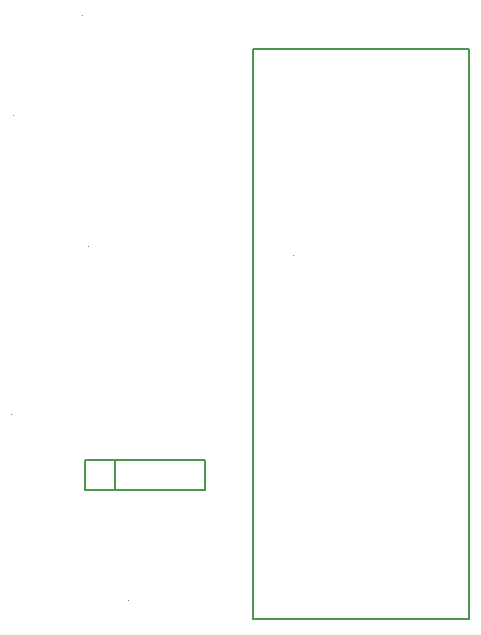
<source format=gto>
G04 ( created by brdgerber.py ( brdgerber.py v0.1 2014-03-12 ) ) date 2021-01-26 02:29:12 EST*
G04 Gerber Fmt 3.4, Leading zero omitted, Abs format*
%MOIN*%
%FSLAX34Y34*%
G01*
G70*
G90*
G04 APERTURE LIST*
%ADD21C,0.0100*%
%ADD12C,0.0050*%
%ADD15C,0.0200*%
%ADD18C,0.0060*%
%ADD10C,0.0760*%
%ADD20C,0.0472*%
%ADD13C,0.0589*%
%ADD14C,0.2440*%
%ADD17C,0.0642*%
%ADD11C,0.0000*%
%ADD19C,0.0787*%
%ADD16C,0.0787*%
G04 APERTURE END LIST*
G54D21*
D12*
G01X05000Y-11000D02*
G01X05000Y08000D01*
D12*
G01X05000Y08000D02*
G01X-02200Y08000D01*
D12*
G01X-02200Y08000D02*
G01X-02200Y-11000D01*
D12*
G01X-02200Y-11000D02*
G01X05000Y-11000D01*
D11*
G01X-00850Y01150D02*
G01X-00850Y01150D01*
G01X-00850Y01150D01*
G01X-00850Y01150D01*
G01X-00850Y01150D01*
G01X-00850Y01150D01*
G01X-00850Y01150D01*
G01X-00850Y01150D01*
G01X-00850Y01150D01*
G01X-00850Y01150D01*
G01X-00850Y01150D01*
G01X-00850Y01150D01*
G01X-00850Y01150D01*
G01X-00850Y01150D01*
G01X-00850Y01150D01*
G01X-00850Y01150D01*
D11*
G01X-00850Y01150D02*
G01X-00850Y01150D01*
D11*
G01X-00850Y01150D02*
G01X-00850Y01150D01*
G01X-00850Y01150D01*
G01X-00850Y01150D01*
G01X-00850Y01150D01*
G01X-00850Y01150D01*
G01X-00850Y01150D01*
D11*
G01X-00850Y01150D02*
G01X-00850Y01150D01*
D11*
G01X-00850Y01150D02*
G01X-00850Y01150D01*
G01X-00850Y01150D01*
G01X-00850Y01150D01*
G01X-00850Y01150D01*
G01X-00850Y01150D01*
D11*
G01X-00850Y01150D02*
G01X-00850Y01150D01*
G01X-00850Y01150D01*
G01X-00850Y01150D01*
G01X-00850Y01150D01*
G01X-00850Y01150D01*
G01X-00850Y01150D01*
G01X-00850Y01150D01*
G01X-00850Y01150D01*
G01X-00850Y01150D01*
G01X-00850Y01150D01*
G01X-00850Y01150D01*
G01X-00850Y01150D01*
D11*
G01X-00850Y01150D02*
G01X-00850Y01150D01*
G01X-00850Y01150D01*
G01X-00850Y01150D01*
D11*
G01X-00850Y01150D02*
G01X-00850Y01150D01*
D11*
G01X-00850Y01150D02*
G01X-00850Y01150D01*
G01X-00850Y01150D01*
G01X-00850Y01150D01*
G01X-00850Y01150D01*
G01X-00850Y01150D01*
G01X-00850Y01150D01*
G01X-00850Y01150D01*
G01X-00850Y01150D01*
G01X-00850Y01150D01*
G01X-00850Y01150D01*
G01X-00850Y01150D01*
D11*
G01X-07900Y09150D02*
G01X-07900Y09150D01*
D11*
G01X-07900Y09150D02*
G01X-07900Y09150D01*
G01X-07900Y09150D01*
G01X-07900Y09150D01*
G01X-07900Y09150D01*
G01X-07900Y09150D01*
G01X-07900Y09150D01*
G01X-07900Y09150D01*
G01X-07900Y09150D01*
G01X-07900Y09150D01*
G01X-07900Y09150D01*
G01X-07900Y09150D01*
D11*
G01X-07900Y09150D02*
G01X-07900Y09150D01*
G01X-07900Y09150D01*
G01X-07900Y09150D01*
G01X-07900Y09150D01*
D11*
G01X-07900Y09150D02*
G01X-07900Y09150D01*
D11*
G01X-07900Y09150D02*
G01X-07900Y09150D01*
G01X-07900Y09150D01*
G01X-07900Y09150D01*
G01X-07900Y09150D01*
D11*
G01X-07900Y09150D02*
G01X-07900Y09150D01*
G01X-07900Y09150D01*
G01X-07900Y09150D01*
G01X-07900Y09150D01*
G01X-07900Y09150D01*
G01X-07900Y09150D01*
G01X-07900Y09150D01*
G01X-07900Y09150D01*
G01X-07900Y09150D01*
G01X-07900Y09150D01*
G01X-07900Y09150D01*
D11*
G01X-07900Y09150D02*
G01X-07900Y09150D01*
G01X-07900Y09150D01*
G01X-07900Y09150D01*
G01X-07900Y09150D01*
G01X-07900Y09150D01*
G01X-07900Y09150D01*
G01X-07900Y09150D01*
G01X-07900Y09150D01*
G01X-07900Y09150D01*
G01X-07900Y09150D01*
G01X-07900Y09150D01*
G01X-07900Y09150D01*
G01X-07900Y09150D01*
G01X-07900Y09150D01*
G01X-07900Y09150D01*
G01X-07900Y09150D01*
D11*
G01X-07900Y09150D02*
G01X-07900Y09150D01*
D11*
G01X-07900Y09150D02*
G01X-07900Y09150D01*
G01X-07900Y09150D01*
G01X-07900Y09150D01*
G01X-07900Y09150D01*
G01X-07900Y09150D01*
G01X-07900Y09150D01*
D11*
G01X-07900Y09150D02*
G01X-07900Y09150D01*
D11*
G01X-07900Y09150D02*
G01X-07900Y09150D01*
G01X-07900Y09150D01*
G01X-07900Y09150D01*
G01X-07900Y09150D01*
G01X-07900Y09150D01*
G01X-07900Y09150D01*
D11*
G01X-07900Y09150D02*
G01X-07900Y09150D01*
G01X-07900Y09150D01*
G01X-07900Y09150D01*
G01X-07900Y09150D01*
G01X-07900Y09150D01*
G01X-07900Y09150D01*
G01X-07900Y09150D01*
G01X-07900Y09150D01*
G01X-07900Y09150D01*
G01X-07900Y09150D01*
D11*
G01X-07900Y09150D02*
G01X-07900Y09150D01*
D11*
G01X-07900Y09150D02*
G01X-07900Y09150D01*
G01X-07900Y09150D01*
G01X-07900Y09150D01*
G01X-07900Y09150D01*
G01X-07900Y09150D01*
G01X-07900Y09150D01*
G01X-07900Y09150D01*
G01X-07900Y09150D01*
G01X-07900Y09150D01*
G01X-07900Y09150D01*
G01X-07900Y09150D01*
G01X-07900Y09150D01*
G01X-07900Y09150D01*
G01X-07900Y09150D01*
G01X-07900Y09150D01*
D11*
G01X-07900Y09150D02*
G01X-07900Y09150D01*
D11*
G01X-07900Y09150D02*
G01X-07900Y09150D01*
G01X-07900Y09150D01*
G01X-07900Y09150D01*
G01X-07900Y09150D01*
G01X-07900Y09150D01*
G01X-07900Y09150D01*
D11*
G01X-07900Y09150D02*
G01X-07900Y09150D01*
G01X-07900Y09150D01*
G01X-07900Y09150D01*
G01X-07900Y09150D01*
G01X-07900Y09150D01*
G01X-07900Y09150D01*
D11*
G01X-07900Y09150D02*
G01X-07900Y09150D01*
G01X-07900Y09150D01*
G01X-07900Y09150D01*
G01X-07900Y09150D01*
G01X-07900Y09150D01*
D11*
G01X-07900Y09150D02*
G01X-07900Y09150D01*
G01X-07900Y09150D01*
G01X-07900Y09150D01*
G01X-07900Y09150D01*
G01X-07900Y09150D01*
G01X-07900Y09150D01*
G01X-07900Y09150D01*
G01X-07900Y09150D01*
G01X-07900Y09150D01*
D11*
G01X-07900Y09150D02*
G01X-07900Y09150D01*
G01X-07900Y09150D01*
G01X-07900Y09150D01*
D11*
G01X-07900Y09150D02*
G01X-07900Y09150D01*
G01X-07900Y09150D01*
G01X-07900Y09150D01*
D11*
G01X-07700Y01450D02*
G01X-07700Y01450D01*
D11*
G01X-07700Y01450D02*
G01X-07700Y01450D01*
G01X-07700Y01450D01*
G01X-07700Y01450D01*
G01X-07700Y01450D01*
G01X-07700Y01450D01*
G01X-07700Y01450D01*
D11*
G01X-07700Y01450D02*
G01X-07700Y01450D01*
G01X-07700Y01450D01*
G01X-07700Y01450D01*
G01X-07700Y01450D01*
G01X-07700Y01450D01*
G01X-07700Y01450D01*
D11*
G01X-07700Y01450D02*
G01X-07700Y01450D01*
G01X-07700Y01450D01*
G01X-07700Y01450D01*
G01X-07700Y01450D01*
G01X-07700Y01450D01*
G01X-07700Y01450D01*
G01X-07700Y01450D01*
G01X-07700Y01450D01*
G01X-07700Y01450D01*
G01X-07700Y01450D01*
G01X-07700Y01450D01*
G01X-07700Y01450D01*
G01X-07700Y01450D01*
G01X-07700Y01450D01*
G01X-07700Y01450D01*
G01X-07700Y01450D01*
D11*
G01X-07700Y01450D02*
G01X-07700Y01450D01*
D11*
G01X-07700Y01450D02*
G01X-07700Y01450D01*
G01X-07700Y01450D01*
G01X-07700Y01450D01*
G01X-07700Y01450D01*
G01X-07700Y01450D01*
G01X-07700Y01450D01*
D11*
G01X-07700Y01450D02*
G01X-07700Y01450D01*
D11*
G01X-07700Y01450D02*
G01X-07700Y01450D01*
D11*
G01X-07700Y01450D02*
G01X-07700Y01450D01*
G01X-07700Y01450D01*
G01X-07700Y01450D01*
G01X-07700Y01450D01*
G01X-07700Y01450D01*
G01X-07700Y01450D01*
G01X-07700Y01450D01*
G01X-07700Y01450D01*
G01X-07700Y01450D01*
G01X-07700Y01450D01*
G01X-07700Y01450D01*
D11*
G01X-07700Y01450D02*
G01X-07700Y01450D01*
G01X-07700Y01450D01*
G01X-07700Y01450D01*
G01X-07700Y01450D01*
D11*
G01X-07700Y01450D02*
G01X-07700Y01450D01*
D11*
G01X-07700Y01450D02*
G01X-07700Y01450D01*
G01X-07700Y01450D01*
G01X-07700Y01450D01*
G01X-07700Y01450D01*
D11*
G01X-07700Y01450D02*
G01X-07700Y01450D01*
G01X-07700Y01450D01*
G01X-07700Y01450D01*
G01X-07700Y01450D01*
G01X-07700Y01450D01*
G01X-07700Y01450D01*
G01X-07700Y01450D01*
G01X-07700Y01450D01*
G01X-07700Y01450D01*
G01X-07700Y01450D01*
G01X-07700Y01450D01*
D11*
G01X-07700Y01450D02*
G01X-07700Y01450D01*
G01X-07700Y01450D01*
G01X-07700Y01450D01*
G01X-07700Y01450D01*
G01X-07700Y01450D01*
G01X-07700Y01450D01*
G01X-07700Y01450D01*
G01X-07700Y01450D01*
G01X-07700Y01450D01*
G01X-07700Y01450D01*
G01X-07700Y01450D01*
G01X-07700Y01450D01*
G01X-07700Y01450D01*
G01X-07700Y01450D01*
G01X-07700Y01450D01*
G01X-07700Y01450D01*
D11*
G01X-07700Y01450D02*
G01X-07700Y01450D01*
D11*
G01X-07700Y01450D02*
G01X-07700Y01450D01*
G01X-07700Y01450D01*
G01X-07700Y01450D01*
G01X-07700Y01450D01*
G01X-07700Y01450D01*
G01X-07700Y01450D01*
D11*
G01X-07700Y01450D02*
G01X-07700Y01450D01*
D11*
G01X-07700Y01450D02*
G01X-07700Y01450D01*
G01X-07700Y01450D01*
G01X-07700Y01450D01*
G01X-07700Y01450D01*
G01X-07700Y01450D01*
G01X-07700Y01450D01*
D11*
G01X-07700Y01450D02*
G01X-07700Y01450D01*
G01X-07700Y01450D01*
G01X-07700Y01450D01*
G01X-07700Y01450D01*
G01X-07700Y01450D01*
G01X-07700Y01450D01*
G01X-07700Y01450D01*
G01X-07700Y01450D01*
G01X-07700Y01450D01*
G01X-07700Y01450D01*
G01X-07700Y01450D01*
G01X-07700Y01450D01*
G01X-07700Y01450D01*
D11*
G01X-07700Y01450D02*
G01X-07700Y01450D01*
D11*
G01X-07700Y01450D02*
G01X-07700Y01450D01*
G01X-07700Y01450D01*
G01X-07700Y01450D01*
G01X-07700Y01450D01*
G01X-07700Y01450D01*
G01X-07700Y01450D01*
G01X-07700Y01450D01*
G01X-07700Y01450D01*
G01X-07700Y01450D01*
G01X-07700Y01450D01*
G01X-07700Y01450D01*
G01X-07700Y01450D01*
G01X-07700Y01450D01*
G01X-07700Y01450D01*
G01X-07700Y01450D01*
D11*
G01X-07700Y01450D02*
G01X-07700Y01450D01*
D11*
G01X-07700Y01450D02*
G01X-07700Y01450D01*
G01X-07700Y01450D01*
G01X-07700Y01450D01*
G01X-07700Y01450D01*
G01X-07700Y01450D01*
G01X-07700Y01450D01*
D11*
G01X-07700Y01450D02*
G01X-07700Y01450D01*
G01X-07700Y01450D01*
G01X-07700Y01450D01*
G01X-07700Y01450D01*
G01X-07700Y01450D01*
G01X-07700Y01450D01*
D11*
G01X-07700Y01450D02*
G01X-07700Y01450D01*
G01X-07700Y01450D01*
G01X-07700Y01450D01*
G01X-07700Y01450D01*
G01X-07700Y01450D01*
D11*
G01X-07700Y01450D02*
G01X-07700Y01450D01*
G01X-07700Y01450D01*
G01X-07700Y01450D01*
G01X-07700Y01450D01*
G01X-07700Y01450D01*
G01X-07700Y01450D01*
G01X-07700Y01450D01*
G01X-07700Y01450D01*
G01X-07700Y01450D01*
D11*
G01X-07700Y01450D02*
G01X-07700Y01450D01*
G01X-07700Y01450D01*
G01X-07700Y01450D01*
D11*
G01X-07700Y01450D02*
G01X-07700Y01450D01*
G01X-07700Y01450D01*
G01X-07700Y01450D01*
D11*
G01X-06350Y-10350D02*
G01X-06350Y-10350D01*
D11*
G01X-06350Y-10350D02*
G01X-06350Y-10350D01*
G01X-06350Y-10350D01*
G01X-06350Y-10350D01*
G01X-06350Y-10350D01*
D11*
G01X-06350Y-10350D02*
G01X-06350Y-10350D01*
G01X-06350Y-10350D01*
G01X-06350Y-10350D01*
G01X-06350Y-10350D01*
G01X-06350Y-10350D01*
G01X-06350Y-10350D01*
G01X-06350Y-10350D01*
G01X-06350Y-10350D01*
G01X-06350Y-10350D01*
G01X-06350Y-10350D01*
G01X-06350Y-10350D01*
G01X-06350Y-10350D01*
G01X-06350Y-10350D01*
G01X-06350Y-10350D01*
G01X-06350Y-10350D01*
D11*
G01X-06350Y-10350D02*
G01X-06350Y-10350D01*
G01X-06350Y-10350D01*
G01X-06350Y-10350D01*
G01X-06350Y-10350D01*
G01X-06350Y-10350D01*
G01X-06350Y-10350D01*
G01X-06350Y-10350D01*
G01X-06350Y-10350D01*
G01X-06350Y-10350D01*
G01X-06350Y-10350D01*
D11*
G01X-06350Y-10350D02*
G01X-06350Y-10350D01*
G01X-06350Y-10350D01*
G01X-06350Y-10350D01*
G01X-06350Y-10350D01*
G01X-06350Y-10350D01*
G01X-06350Y-10350D01*
G01X-06350Y-10350D01*
G01X-06350Y-10350D01*
G01X-06350Y-10350D01*
G01X-06350Y-10350D01*
G01X-06350Y-10350D01*
G01X-06350Y-10350D01*
G01X-06350Y-10350D01*
D11*
G01X-06350Y-10350D02*
G01X-06350Y-10350D01*
G01X-06350Y-10350D01*
G01X-06350Y-10350D01*
G01X-06350Y-10350D01*
G01X-06350Y-10350D01*
G01X-06350Y-10350D01*
G01X-06350Y-10350D01*
G01X-06350Y-10350D01*
G01X-06350Y-10350D01*
G01X-06350Y-10350D01*
D11*
G01X-06350Y-10350D02*
G01X-06350Y-10350D01*
G01X-06350Y-10350D01*
G01X-06350Y-10350D01*
G01X-06350Y-10350D01*
G01X-06350Y-10350D01*
G01X-06350Y-10350D01*
G01X-06350Y-10350D01*
G01X-06350Y-10350D01*
G01X-06350Y-10350D01*
G01X-06350Y-10350D01*
G01X-06350Y-10350D01*
D11*
G01X-06350Y-10350D02*
G01X-06350Y-10350D01*
G01X-06350Y-10350D01*
G01X-06350Y-10350D01*
G01X-06350Y-10350D01*
G01X-06350Y-10350D01*
G01X-06350Y-10350D01*
G01X-06350Y-10350D01*
G01X-06350Y-10350D01*
G01X-06350Y-10350D01*
G01X-06350Y-10350D01*
G01X-06350Y-10350D01*
G01X-06350Y-10350D01*
G01X-06350Y-10350D01*
G01X-06350Y-10350D01*
G01X-06350Y-10350D01*
G01X-06350Y-10350D01*
D11*
G01X-06350Y-10350D02*
G01X-06350Y-10350D01*
D11*
G01X-06350Y-10350D02*
G01X-06350Y-10350D01*
G01X-06350Y-10350D01*
G01X-06350Y-10350D01*
G01X-06350Y-10350D01*
G01X-06350Y-10350D01*
G01X-06350Y-10350D01*
D11*
G01X-06350Y-10350D02*
G01X-06350Y-10350D01*
D11*
G01X-06350Y-10350D02*
G01X-06350Y-10350D01*
G01X-06350Y-10350D01*
G01X-06350Y-10350D01*
G01X-06350Y-10350D01*
G01X-06350Y-10350D01*
G01X-06350Y-10350D01*
D11*
G01X-06350Y-10350D02*
G01X-06350Y-10350D01*
D11*
G01X-06350Y-10350D02*
G01X-06350Y-10350D01*
G01X-06350Y-10350D01*
D11*
G01X-06350Y-10350D02*
G01X-06350Y-10350D01*
D11*
G01X-06350Y-10350D02*
G01X-06350Y-10350D01*
G01X-06350Y-10350D01*
G01X-06350Y-10350D01*
D11*
G01X-06350Y-10350D02*
G01X-06350Y-10350D01*
G01X-06350Y-10350D01*
G01X-06350Y-10350D01*
G01X-06350Y-10350D01*
G01X-06350Y-10350D01*
D11*
G01X-06350Y-10350D02*
G01X-06350Y-10350D01*
G01X-06350Y-10350D01*
G01X-06350Y-10350D01*
G01X-06350Y-10350D01*
G01X-06350Y-10350D01*
G01X-06350Y-10350D01*
G01X-06350Y-10350D01*
G01X-06350Y-10350D01*
G01X-06350Y-10350D01*
D11*
G01X-06350Y-10350D02*
G01X-06350Y-10350D01*
D11*
G01X-06350Y-10350D02*
G01X-06350Y-10350D01*
G01X-06350Y-10350D01*
G01X-06350Y-10350D01*
G01X-06350Y-10350D01*
D11*
G01X-06350Y-10350D02*
G01X-06350Y-10350D01*
G01X-06350Y-10350D01*
G01X-06350Y-10350D01*
G01X-06350Y-10350D01*
G01X-06350Y-10350D01*
G01X-06350Y-10350D01*
D11*
G01X-06350Y-10350D02*
G01X-06350Y-10350D01*
G01X-06350Y-10350D01*
G01X-06350Y-10350D01*
G01X-06350Y-10350D01*
G01X-06350Y-10350D01*
G01X-06350Y-10350D01*
G01X-06350Y-10350D01*
G01X-06350Y-10350D01*
G01X-06350Y-10350D01*
G01X-06350Y-10350D01*
G01X-06350Y-10350D01*
D11*
G01X-06350Y-10350D02*
G01X-06350Y-10350D01*
G01X-06350Y-10350D01*
G01X-06350Y-10350D01*
G01X-06350Y-10350D01*
G01X-06350Y-10350D01*
G01X-06350Y-10350D01*
G01X-06350Y-10350D01*
G01X-06350Y-10350D01*
G01X-06350Y-10350D01*
G01X-06350Y-10350D01*
G01X-06350Y-10350D01*
G01X-06350Y-10350D01*
D18*
G01X-07800Y-06700D02*
G01X-07800Y-05700D01*
D18*
G01X-07800Y-05700D02*
G01X-06800Y-05700D01*
D18*
G01X-06800Y-05700D02*
G01X-03800Y-05700D01*
D18*
G01X-03800Y-05700D02*
G01X-03800Y-06700D01*
D18*
G01X-03800Y-06700D02*
G01X-06800Y-06700D01*
D18*
G01X-06800Y-06700D02*
G01X-07800Y-06700D01*
D18*
G01X-06800Y-06700D02*
G01X-06800Y-05700D01*
D11*
G01X-10250Y-04150D02*
G01X-10250Y-04150D01*
D11*
G01X-10250Y-04150D02*
G01X-10250Y-04150D01*
G01X-10250Y-04150D01*
G01X-10250Y-04150D01*
G01X-10250Y-04150D01*
G01X-10250Y-04150D01*
G01X-10250Y-04150D01*
D11*
G01X-10250Y-04150D02*
G01X-10250Y-04150D01*
G01X-10250Y-04150D01*
G01X-10250Y-04150D01*
G01X-10250Y-04150D01*
G01X-10250Y-04150D01*
G01X-10250Y-04150D01*
D11*
G01X-10250Y-04150D02*
G01X-10250Y-04150D01*
G01X-10250Y-04150D01*
G01X-10250Y-04150D01*
G01X-10250Y-04150D01*
G01X-10250Y-04150D01*
G01X-10250Y-04150D01*
G01X-10250Y-04150D01*
G01X-10250Y-04150D01*
G01X-10250Y-04150D01*
G01X-10250Y-04150D01*
G01X-10250Y-04150D01*
G01X-10250Y-04150D01*
G01X-10250Y-04150D01*
G01X-10250Y-04150D01*
G01X-10250Y-04150D01*
G01X-10250Y-04150D01*
D11*
G01X-10250Y-04150D02*
G01X-10250Y-04150D01*
D11*
G01X-10250Y-04150D02*
G01X-10250Y-04150D01*
G01X-10250Y-04150D01*
G01X-10250Y-04150D01*
G01X-10250Y-04150D01*
G01X-10250Y-04150D01*
G01X-10250Y-04150D01*
D11*
G01X-10250Y-04150D02*
G01X-10250Y-04150D01*
D11*
G01X-10250Y-04150D02*
G01X-10250Y-04150D01*
D11*
G01X-10250Y-04150D02*
G01X-10250Y-04150D01*
G01X-10250Y-04150D01*
G01X-10250Y-04150D01*
G01X-10250Y-04150D01*
G01X-10250Y-04150D01*
G01X-10250Y-04150D01*
G01X-10250Y-04150D01*
G01X-10250Y-04150D01*
G01X-10250Y-04150D01*
G01X-10250Y-04150D01*
G01X-10250Y-04150D01*
D11*
G01X-10250Y-04150D02*
G01X-10250Y-04150D01*
G01X-10250Y-04150D01*
G01X-10250Y-04150D01*
G01X-10250Y-04150D01*
D11*
G01X-10250Y-04150D02*
G01X-10250Y-04150D01*
D11*
G01X-10250Y-04150D02*
G01X-10250Y-04150D01*
G01X-10250Y-04150D01*
G01X-10250Y-04150D01*
G01X-10250Y-04150D01*
D11*
G01X-10250Y-04150D02*
G01X-10250Y-04150D01*
G01X-10250Y-04150D01*
G01X-10250Y-04150D01*
G01X-10250Y-04150D01*
G01X-10250Y-04150D01*
G01X-10250Y-04150D01*
G01X-10250Y-04150D01*
G01X-10250Y-04150D01*
G01X-10250Y-04150D01*
G01X-10250Y-04150D01*
G01X-10250Y-04150D01*
D11*
G01X-10250Y-04150D02*
G01X-10250Y-04150D01*
G01X-10250Y-04150D01*
G01X-10250Y-04150D01*
G01X-10250Y-04150D01*
G01X-10250Y-04150D01*
G01X-10250Y-04150D01*
G01X-10250Y-04150D01*
G01X-10250Y-04150D01*
G01X-10250Y-04150D01*
G01X-10250Y-04150D01*
G01X-10250Y-04150D01*
G01X-10250Y-04150D01*
G01X-10250Y-04150D01*
G01X-10250Y-04150D01*
G01X-10250Y-04150D01*
G01X-10250Y-04150D01*
D11*
G01X-10250Y-04150D02*
G01X-10250Y-04150D01*
D11*
G01X-10250Y-04150D02*
G01X-10250Y-04150D01*
G01X-10250Y-04150D01*
G01X-10250Y-04150D01*
G01X-10250Y-04150D01*
G01X-10250Y-04150D01*
G01X-10250Y-04150D01*
D11*
G01X-10250Y-04150D02*
G01X-10250Y-04150D01*
D11*
G01X-10250Y-04150D02*
G01X-10250Y-04150D01*
G01X-10250Y-04150D01*
G01X-10250Y-04150D01*
G01X-10250Y-04150D01*
G01X-10250Y-04150D01*
G01X-10250Y-04150D01*
D11*
G01X-10250Y-04150D02*
G01X-10250Y-04150D01*
G01X-10250Y-04150D01*
G01X-10250Y-04150D01*
G01X-10250Y-04150D01*
G01X-10250Y-04150D01*
G01X-10250Y-04150D01*
G01X-10250Y-04150D01*
G01X-10250Y-04150D01*
G01X-10250Y-04150D01*
G01X-10250Y-04150D01*
G01X-10250Y-04150D01*
G01X-10250Y-04150D01*
G01X-10250Y-04150D01*
D11*
G01X-10250Y-04150D02*
G01X-10250Y-04150D01*
D11*
G01X-10250Y-04150D02*
G01X-10250Y-04150D01*
G01X-10250Y-04150D01*
G01X-10250Y-04150D01*
D11*
G01X-10250Y-04150D02*
G01X-10250Y-04150D01*
G01X-10250Y-04150D01*
G01X-10250Y-04150D01*
G01X-10250Y-04150D01*
G01X-10250Y-04150D01*
D11*
G01X-10250Y-04150D02*
G01X-10250Y-04150D01*
G01X-10250Y-04150D01*
G01X-10250Y-04150D01*
G01X-10250Y-04150D01*
G01X-10250Y-04150D01*
G01X-10250Y-04150D01*
G01X-10250Y-04150D01*
G01X-10250Y-04150D01*
G01X-10250Y-04150D01*
D11*
G01X-10250Y-04150D02*
G01X-10250Y-04150D01*
D11*
G01X-10250Y-04150D02*
G01X-10250Y-04150D01*
G01X-10250Y-04150D01*
G01X-10250Y-04150D01*
G01X-10250Y-04150D01*
D11*
G01X-10250Y-04150D02*
G01X-10250Y-04150D01*
G01X-10250Y-04150D01*
G01X-10250Y-04150D01*
G01X-10250Y-04150D01*
G01X-10250Y-04150D01*
G01X-10250Y-04150D01*
D11*
G01X-10250Y-04150D02*
G01X-10250Y-04150D01*
G01X-10250Y-04150D01*
G01X-10250Y-04150D01*
G01X-10250Y-04150D01*
G01X-10250Y-04150D01*
G01X-10250Y-04150D01*
G01X-10250Y-04150D01*
G01X-10250Y-04150D01*
G01X-10250Y-04150D01*
G01X-10250Y-04150D01*
G01X-10250Y-04150D01*
D11*
G01X-10250Y-04150D02*
G01X-10250Y-04150D01*
G01X-10250Y-04150D01*
G01X-10250Y-04150D01*
G01X-10250Y-04150D01*
G01X-10250Y-04150D01*
G01X-10250Y-04150D01*
G01X-10250Y-04150D01*
G01X-10250Y-04150D01*
G01X-10250Y-04150D01*
G01X-10250Y-04150D01*
G01X-10250Y-04150D01*
G01X-10250Y-04150D01*
D11*
G01X-10200Y05800D02*
G01X-10200Y05800D01*
D11*
G01X-10200Y05800D02*
G01X-10200Y05800D01*
G01X-10200Y05800D01*
G01X-10200Y05800D01*
G01X-10200Y05800D01*
G01X-10200Y05800D01*
G01X-10200Y05800D01*
G01X-10200Y05800D01*
G01X-10200Y05800D01*
G01X-10200Y05800D01*
G01X-10200Y05800D01*
G01X-10200Y05800D01*
D11*
G01X-10200Y05800D02*
G01X-10200Y05800D01*
G01X-10200Y05800D01*
G01X-10200Y05800D01*
G01X-10200Y05800D01*
D11*
G01X-10200Y05800D02*
G01X-10200Y05800D01*
D11*
G01X-10200Y05800D02*
G01X-10200Y05800D01*
G01X-10200Y05800D01*
G01X-10200Y05800D01*
G01X-10200Y05800D01*
D11*
G01X-10200Y05800D02*
G01X-10200Y05800D01*
G01X-10200Y05800D01*
G01X-10200Y05800D01*
G01X-10200Y05800D01*
G01X-10200Y05800D01*
G01X-10200Y05800D01*
G01X-10200Y05800D01*
G01X-10200Y05800D01*
G01X-10200Y05800D01*
G01X-10200Y05800D01*
G01X-10200Y05800D01*
D11*
G01X-10200Y05800D02*
G01X-10200Y05800D01*
G01X-10200Y05800D01*
G01X-10200Y05800D01*
G01X-10200Y05800D01*
G01X-10200Y05800D01*
G01X-10200Y05800D01*
G01X-10200Y05800D01*
G01X-10200Y05800D01*
G01X-10200Y05800D01*
G01X-10200Y05800D01*
G01X-10200Y05800D01*
G01X-10200Y05800D01*
G01X-10200Y05800D01*
G01X-10200Y05800D01*
G01X-10200Y05800D01*
G01X-10200Y05800D01*
D11*
G01X-10200Y05800D02*
G01X-10200Y05800D01*
D11*
G01X-10200Y05800D02*
G01X-10200Y05800D01*
G01X-10200Y05800D01*
G01X-10200Y05800D01*
G01X-10200Y05800D01*
G01X-10200Y05800D01*
G01X-10200Y05800D01*
D11*
G01X-10200Y05800D02*
G01X-10200Y05800D01*
D11*
G01X-10200Y05800D02*
G01X-10200Y05800D01*
G01X-10200Y05800D01*
G01X-10200Y05800D01*
G01X-10200Y05800D01*
G01X-10200Y05800D01*
G01X-10200Y05800D01*
D11*
G01X-10200Y05800D02*
G01X-10200Y05800D01*
G01X-10200Y05800D01*
G01X-10200Y05800D01*
G01X-10200Y05800D01*
G01X-10200Y05800D01*
G01X-10200Y05800D01*
G01X-10200Y05800D01*
G01X-10200Y05800D01*
G01X-10200Y05800D01*
G01X-10200Y05800D01*
D11*
G01X-10200Y05800D02*
G01X-10200Y05800D01*
D11*
G01X-10200Y05800D02*
G01X-10200Y05800D01*
G01X-10200Y05800D01*
G01X-10200Y05800D01*
D11*
G01X-10200Y05800D02*
G01X-10200Y05800D01*
G01X-10200Y05800D01*
G01X-10200Y05800D01*
G01X-10200Y05800D01*
G01X-10200Y05800D01*
D11*
G01X-10200Y05800D02*
G01X-10200Y05800D01*
G01X-10200Y05800D01*
G01X-10200Y05800D01*
G01X-10200Y05800D01*
G01X-10200Y05800D01*
G01X-10200Y05800D01*
G01X-10200Y05800D01*
G01X-10200Y05800D01*
G01X-10200Y05800D01*
D11*
G01X-10200Y05800D02*
G01X-10200Y05800D01*
D11*
G01X-10200Y05800D02*
G01X-10200Y05800D01*
G01X-10200Y05800D01*
G01X-10200Y05800D01*
G01X-10200Y05800D01*
D11*
G01X-10200Y05800D02*
G01X-10200Y05800D01*
G01X-10200Y05800D01*
G01X-10200Y05800D01*
G01X-10200Y05800D01*
G01X-10200Y05800D01*
G01X-10200Y05800D01*
D11*
G01X-10200Y05800D02*
G01X-10200Y05800D01*
G01X-10200Y05800D01*
G01X-10200Y05800D01*
G01X-10200Y05800D01*
G01X-10200Y05800D01*
G01X-10200Y05800D01*
G01X-10200Y05800D01*
G01X-10200Y05800D01*
G01X-10200Y05800D01*
G01X-10200Y05800D01*
G01X-10200Y05800D01*
D11*
G01X-10200Y05800D02*
G01X-10200Y05800D01*
G01X-10200Y05800D01*
G01X-10200Y05800D01*
G01X-10200Y05800D01*
G01X-10200Y05800D01*
G01X-10200Y05800D01*
G01X-10200Y05800D01*
G01X-10200Y05800D01*
G01X-10200Y05800D01*
G01X-10200Y05800D01*
G01X-10200Y05800D01*
G01X-10200Y05800D01*
M02*

</source>
